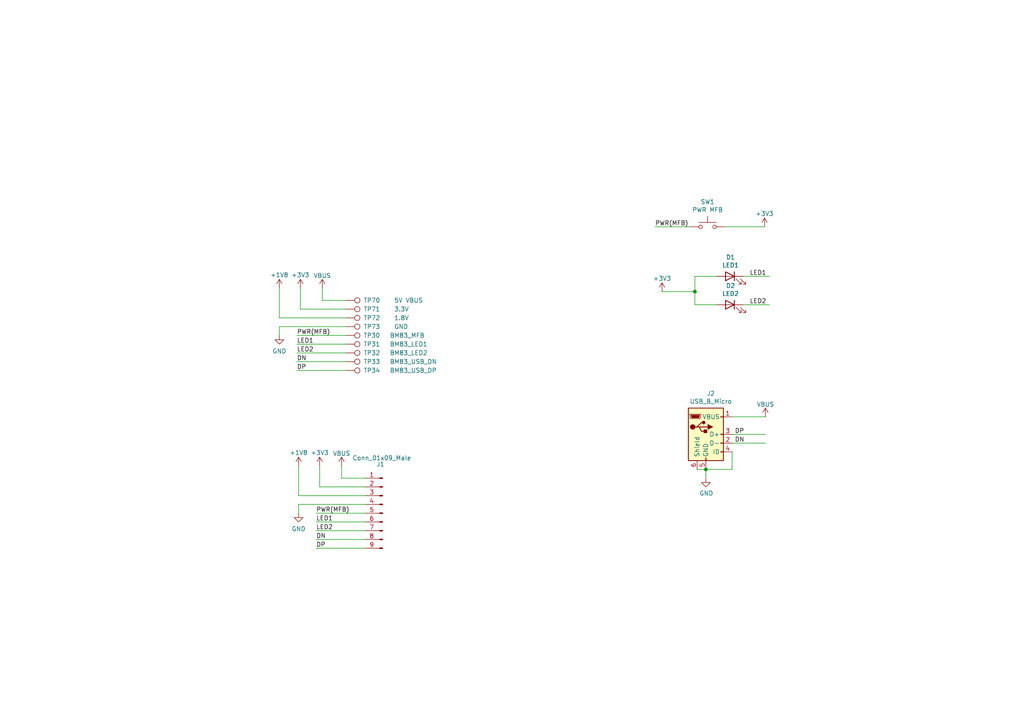
<source format=kicad_sch>
(kicad_sch (version 20211123) (generator eeschema)
  (paper "A4")
  (lib_symbols
    (symbol "Connector:Conn_01x09_Male" (pin_names (offset 1.016) hide)
      (property "Reference" "J" (at 0 12.7 0))
      (property "Value" "Conn_01x09_Male" (at 0 -12.7 0))
      (symbol "Conn_01x09_Male_1_1"
        (polyline (pts (xy 1.27 -10.16) (xy 0.8636 -10.16)) (stroke (width 0.1524)))
        (polyline (pts (xy 1.27 -7.62) (xy 0.8636 -7.62)) (stroke (width 0.1524)))
        (polyline (pts (xy 1.27 -5.08) (xy 0.8636 -5.08)) (stroke (width 0.1524)))
        (polyline (pts (xy 1.27 -2.54) (xy 0.8636 -2.54)) (stroke (width 0.1524)))
        (polyline (pts (xy 1.27 0) (xy 0.8636 0)) (stroke (width 0.1524)))
        (polyline (pts (xy 1.27 2.54) (xy 0.8636 2.54)) (stroke (width 0.1524)))
        (polyline (pts (xy 1.27 5.08) (xy 0.8636 5.08)) (stroke (width 0.1524)))
        (polyline (pts (xy 1.27 7.62) (xy 0.8636 7.62)) (stroke (width 0.1524)))
        (polyline (pts (xy 1.27 10.16) (xy 0.8636 10.16)) (stroke (width 0.1524)))
        (rectangle (start 0.8636 -10.033) (end 0 -10.287) (stroke (width 0.1524)) (fill (type outline)))
        (rectangle (start 0.8636 -7.493) (end 0 -7.747) (stroke (width 0.1524)) (fill (type outline)))
        (rectangle (start 0.8636 -4.953) (end 0 -5.207) (stroke (width 0.1524)) (fill (type outline)))
        (rectangle (start 0.8636 -2.413) (end 0 -2.667) (stroke (width 0.1524)) (fill (type outline)))
        (rectangle (start 0.8636 0.127) (end 0 -0.127) (stroke (width 0.1524)) (fill (type outline)))
        (rectangle (start 0.8636 2.667) (end 0 2.413) (stroke (width 0.1524)) (fill (type outline)))
        (rectangle (start 0.8636 5.207) (end 0 4.953) (stroke (width 0.1524)) (fill (type outline)))
        (rectangle (start 0.8636 7.747) (end 0 7.493) (stroke (width 0.1524)) (fill (type outline)))
        (rectangle (start 0.8636 10.287) (end 0 10.033) (stroke (width 0.1524)) (fill (type outline)))
        (pin passive line (at 5.08 10.16 180) (length 3.81) (name "Pin_1") (number "1"))
        (pin passive line (at 5.08 7.62 180) (length 3.81) (name "Pin_2") (number "2"))
        (pin passive line (at 5.08 5.08 180) (length 3.81) (name "Pin_3") (number "3"))
        (pin passive line (at 5.08 2.54 180) (length 3.81) (name "Pin_4") (number "4"))
        (pin passive line (at 5.08 0 180) (length 3.81) (name "Pin_5") (number "5"))
        (pin passive line (at 5.08 -2.54 180) (length 3.81) (name "Pin_6") (number "6"))
        (pin passive line (at 5.08 -5.08 180) (length 3.81) (name "Pin_7") (number "7"))
        (pin passive line (at 5.08 -7.62 180) (length 3.81) (name "Pin_8") (number "8"))
        (pin passive line (at 5.08 -10.16 180) (length 3.81) (name "Pin_9") (number "9"))
      )
    )
    (symbol "Connector:TestPoint" (pin_numbers hide) (pin_names (offset 0.762) hide)
      (property "Reference" "TP" (at 0 6.858 0))
      (property "Value" "TestPoint" (at 0 5.08 0))
      (symbol "TestPoint_0_1"
        (circle (center 0 3.302) (radius 0.762))
      )
      (symbol "TestPoint_1_1"
        (pin passive line (at 0 0 90) (length 2.54) (name "1") (number "1"))
      )
    )
    (symbol "Connector:USB_B_Micro" (pin_names (offset 1.016))
      (property "Reference" "J" (at -5.08 11.43 0))
      (property "Value" "USB_B_Micro" (at -5.08 8.89 0))
      (symbol "USB_B_Micro_0_1"
        (rectangle (start -5.08 -7.62) (end 5.08 7.62) (stroke (width 0.254)) (fill (type background)))
        (circle (center -3.81 2.159) (radius 0.635) (stroke (width 0.254)) (fill (type outline)))
        (circle (center -0.635 3.429) (radius 0.381) (stroke (width 0.254)) (fill (type outline)))
        (rectangle (start -0.127 -7.62) (end 0.127 -6.858))
        (polyline (pts (xy -1.905 2.159) (xy 0.635 2.159)) (stroke (width 0.254)))
        (polyline (pts (xy -3.175 2.159) (xy -2.54 2.159) (xy -1.27 3.429) (xy -0.635 3.429)) (stroke (width 0.254)))
        (polyline (pts (xy -2.54 2.159) (xy -1.905 2.159) (xy -1.27 0.889) (xy 0 0.889)) (stroke (width 0.254)))
        (polyline (pts (xy 0.635 2.794) (xy 0.635 1.524) (xy 1.905 2.159) (xy 0.635 2.794)) (stroke (width 0.254)) (fill (type outline)))
        (polyline (pts (xy -4.318 5.588) (xy -1.778 5.588) (xy -2.032 4.826) (xy -4.064 4.826) (xy -4.318 5.588)) (fill (type outline)))
        (polyline (pts (xy -4.699 5.842) (xy -4.699 5.588) (xy -4.445 4.826) (xy -4.445 4.572) (xy -1.651 4.572) (xy -1.651 4.826) (xy -1.397 5.588) (xy -1.397 5.842) (xy -4.699 5.842)))
        (rectangle (start 0.254 1.27) (end -0.508 0.508) (stroke (width 0.254)) (fill (type outline)))
        (rectangle (start 5.08 -5.207) (end 4.318 -4.953))
        (rectangle (start 5.08 -2.667) (end 4.318 -2.413))
        (rectangle (start 5.08 -0.127) (end 4.318 0.127))
        (rectangle (start 5.08 4.953) (end 4.318 5.207))
      )
      (symbol "USB_B_Micro_1_1"
        (pin power_out line (at 7.62 5.08 180) (length 2.54) (name "VBUS") (number "1"))
        (pin bidirectional line (at 7.62 -2.54 180) (length 2.54) (name "D-") (number "2"))
        (pin bidirectional line (at 7.62 0 180) (length 2.54) (name "D+") (number "3"))
        (pin passive line (at 7.62 -5.08 180) (length 2.54) (name "ID") (number "4"))
        (pin power_out line (at 0 -10.16 90) (length 2.54) (name "GND") (number "5"))
        (pin passive line (at -2.54 -10.16 90) (length 2.54) (name "Shield") (number "6"))
      )
    )
    (symbol "Device:LED" (pin_numbers hide) (pin_names (offset 1.016) hide)
      (property "Reference" "D" (at 0 2.54 0))
      (property "Value" "LED" (at 0 -2.54 0))
      (symbol "LED_0_1"
        (polyline (pts (xy -1.27 -1.27) (xy -1.27 1.27)) (stroke (width 0.254)))
        (polyline (pts (xy -1.27 0) (xy 1.27 0)))
        (polyline (pts (xy 1.27 -1.27) (xy 1.27 1.27) (xy -1.27 0) (xy 1.27 -1.27)) (stroke (width 0.254)))
        (polyline (pts (xy -3.048 -0.762) (xy -4.572 -2.286) (xy -3.81 -2.286) (xy -4.572 -2.286) (xy -4.572 -1.524)))
        (polyline (pts (xy -1.778 -0.762) (xy -3.302 -2.286) (xy -2.54 -2.286) (xy -3.302 -2.286) (xy -3.302 -1.524)))
      )
      (symbol "LED_1_1"
        (pin passive line (at -3.81 0 0) (length 2.54) (name "K") (number "1"))
        (pin passive line (at 3.81 0 180) (length 2.54) (name "A") (number "2"))
      )
    )
    (symbol "Switch:SW_Push" (pin_numbers hide) (pin_names (offset 1.016) hide)
      (property "Reference" "SW" (at 1.27 2.54 0))
      (property "Value" "SW_Push" (at 0 -1.524 0))
      (symbol "SW_Push_0_1"
        (circle (center -2.032 0) (radius 0.508))
        (polyline (pts (xy 0 1.27) (xy 0 3.048)))
        (polyline (pts (xy 2.54 1.27) (xy -2.54 1.27)))
        (circle (center 2.032 0) (radius 0.508))
        (pin passive line (at -5.08 0 0) (length 2.54) (name "1") (number "1"))
        (pin passive line (at 5.08 0 180) (length 2.54) (name "2") (number "2"))
      )
    )
    (symbol "power:+1V8" (power) (pin_names (offset 0))
      (property "Value" "+1V8" (at 0 3.556 0))
      (symbol "+1V8_0_1"
        (polyline (pts (xy -0.762 1.27) (xy 0 2.54)))
        (polyline (pts (xy 0 0) (xy 0 2.54)))
        (polyline (pts (xy 0 2.54) (xy 0.762 1.27)))
      )
      (symbol "+1V8_1_1"
        (pin power_in line (at 0 0 90) (length 0) hide (name "+1V8") (number "1"))
      )
    )
    (symbol "power:+3V3" (power) (pin_names (offset 0))
      (property "Value" "+3V3" (at 0 3.556 0))
      (symbol "+3V3_0_1"
        (polyline (pts (xy -0.762 1.27) (xy 0 2.54)))
        (polyline (pts (xy 0 0) (xy 0 2.54)))
        (polyline (pts (xy 0 2.54) (xy 0.762 1.27)))
      )
      (symbol "+3V3_1_1"
        (pin power_in line (at 0 0 90) (length 0) hide (name "+3V3") (number "1"))
      )
    )
    (symbol "power:GND" (power) (pin_names (offset 0))
      (property "Value" "GND" (at 0 -3.81 0))
      (symbol "GND_0_1"
        (polyline (pts (xy 0 0) (xy 0 -1.27) (xy 1.27 -1.27) (xy 0 -2.54) (xy -1.27 -1.27) (xy 0 -1.27)))
      )
      (symbol "GND_1_1"
        (pin power_in line (at 0 0 270) (length 0) hide (name "GND") (number "1"))
      )
    )
    (symbol "power:VBUS" (power) (pin_names (offset 0))
      (property "Value" "VBUS" (at 0 3.81 0))
      (symbol "VBUS_0_1"
        (polyline (pts (xy -0.762 1.27) (xy 0 2.54)))
        (polyline (pts (xy 0 0) (xy 0 2.54)))
        (polyline (pts (xy 0 2.54) (xy 0.762 1.27)))
      )
      (symbol "VBUS_1_1"
        (pin power_in line (at 0 0 90) (length 0) hide (name "VBUS") (number "1"))
      )
    )
  )
  (junction (at 204.724 136.144))
  (junction (at 201.549 84.582))
  (wire (pts (xy 91.694 153.924) (xy 105.918 153.924)))
  (wire (pts (xy 92.71 141.224) (xy 92.71 135.128)))
  (wire (pts (xy 91.694 148.844) (xy 105.918 148.844)))
  (wire (pts (xy 86.614 135.128) (xy 86.614 143.764)))
  (wire (pts (xy 81.026 92.202) (xy 100.33 92.202)))
  (wire (pts (xy 212.344 120.904) (xy 221.996 120.904)))
  (wire (pts (xy 81.026 94.742) (xy 100.33 94.742)))
  (wire (pts (xy 200.152 65.786) (xy 189.992 65.786)))
  (wire (pts (xy 86.106 102.362) (xy 100.33 102.362)))
  (wire (pts (xy 86.106 97.282) (xy 100.33 97.282)))
  (wire (pts (xy 86.106 107.442) (xy 100.33 107.442)))
  (wire (pts (xy 100.33 89.662) (xy 87.122 89.662)))
  (wire (pts (xy 91.694 151.384) (xy 105.918 151.384)))
  (wire (pts (xy 93.472 83.566) (xy 93.472 87.122)))
  (wire (pts (xy 212.344 136.144) (xy 204.724 136.144)))
  (wire (pts (xy 86.614 146.304) (xy 105.918 146.304)))
  (wire (pts (xy 204.724 138.684) (xy 204.724 136.144)))
  (wire (pts (xy 86.614 146.304) (xy 86.614 148.844)))
  (wire (pts (xy 201.549 84.582) (xy 192.024 84.582)))
  (wire (pts (xy 212.344 125.984) (xy 221.996 125.984)))
  (wire (pts (xy 105.918 138.684) (xy 99.06 138.684)))
  (wire (pts (xy 100.33 87.122) (xy 93.472 87.122)))
  (wire (pts (xy 99.06 135.128) (xy 99.06 138.684)))
  (wire (pts (xy 81.026 94.742) (xy 81.026 97.282)))
  (wire (pts (xy 91.694 156.464) (xy 105.918 156.464)))
  (wire (pts (xy 87.122 89.662) (xy 87.122 83.566)))
  (wire (pts (xy 212.344 128.524) (xy 221.996 128.524)))
  (wire (pts (xy 201.549 80.137) (xy 201.549 84.582)))
  (wire (pts (xy 91.694 159.004) (xy 105.918 159.004)))
  (wire (pts (xy 201.549 88.392) (xy 207.899 88.392)))
  (wire (pts (xy 215.519 80.137) (xy 223.139 80.137)))
  (wire (pts (xy 212.344 131.064) (xy 212.344 136.144)))
  (wire (pts (xy 207.899 80.137) (xy 201.549 80.137)))
  (wire (pts (xy 105.918 141.224) (xy 92.71 141.224)))
  (wire (pts (xy 86.106 99.822) (xy 100.33 99.822)))
  (wire (pts (xy 201.549 84.582) (xy 201.549 88.392)))
  (wire (pts (xy 215.519 88.392) (xy 223.139 88.392)))
  (wire (pts (xy 81.026 83.566) (xy 81.026 92.202)))
  (wire (pts (xy 202.184 136.144) (xy 204.724 136.144)))
  (wire (pts (xy 86.106 104.902) (xy 100.33 104.902)))
  (wire (pts (xy 86.614 143.764) (xy 105.918 143.764)))
  (wire (pts (xy 210.312 65.786) (xy 221.742 65.786)))
  (label "DN" (at 86.106 104.902 0))
  (label "DN" (at 213.106 128.524 0))
  (label "DP" (at 213.106 125.984 0))
  (label "LED1" (at 86.106 99.822 0))
  (label "PWR(MFB)" (at 189.992 65.786 0))
  (label "PWR(MFB)" (at 91.694 148.844 0))
  (label "LED1" (at 91.694 151.384 0))
  (label "PWR(MFB)" (at 86.106 97.282 0))
  (label "DP" (at 91.694 159.004 0))
  (label "DP" (at 86.106 107.442 0))
  (label "LED2" (at 86.106 102.362 0))
  (label "LED2" (at 217.424 88.392 0))
  (label "LED2" (at 91.694 153.924 0))
  (label "DN" (at 91.694 156.464 0))
  (label "LED1" (at 217.424 80.137 0))
  (symbol (lib_id "power:VBUS") (at 221.996 120.904 0) (unit 1)
    (property "Reference" "#PWR0102" (effects hide))
    (property "Value" "VBUS" (at 221.996 117.2995 0))
  )
  (symbol (lib_id "Device:LED") (at 211.709 88.392 0) (mirror y) (unit 1)
    (property "Reference" "D2" (at 211.8868 82.8802 0))
    (property "Value" "LED2" (at 211.8868 85.1916 0))
    (property "Footprint" "LED_SMD:LED_0603_1608Metric_Pad1.05x0.95mm_HandSolder" (effects hide))
  )
  (symbol (lib_id "power:+1V8") (at 86.614 135.128 0) (unit 1)
    (property "Reference" "#PWR0108" (effects hide))
    (property "Value" "+1V8" (at 86.614 131.318 0))
  )
  (symbol (lib_id "power:GND") (at 204.724 138.684 0) (unit 1)
    (property "Reference" "#PWR0103" (effects hide))
    (property "Value" "GND" (at 204.851 143.0782 0))
  )
  (symbol (lib_id "Connector:TestPoint") (at 100.33 92.202 270) (unit 1)
    (property "Reference" "TP72" (at 105.41 92.202 90) (effects (justify left)))
    (property "Value" "1.8V" (at 114.3 92.202 90) (effects (justify left)))
    (property "Footprint" "other footprints:0.65mm pogo pin" (effects hide))
  )
  (symbol (lib_id "Connector:TestPoint") (at 100.33 94.742 270) (unit 1)
    (property "Reference" "TP73" (at 105.41 94.742 90) (effects (justify left)))
    (property "Value" "GND" (at 114.3 94.742 90) (effects (justify left)))
    (property "Footprint" "other footprints:0.65mm pogo pin" (effects hide))
  )
  (symbol (lib_id "Connector:TestPoint") (at 100.33 89.662 270) (unit 1)
    (property "Reference" "TP71" (at 105.41 89.662 90) (effects (justify left)))
    (property "Value" "3.3V" (at 114.3 89.662 90) (effects (justify left)))
    (property "Footprint" "other footprints:0.65mm pogo pin" (effects hide))
  )
  (symbol (lib_id "Switch:SW_Push") (at 205.232 65.786 0) (unit 1)
    (property "Reference" "SW1" (at 205.232 58.547 0))
    (property "Value" "PWR MFB" (at 205.232 60.8584 0))
    (property "Footprint" "Button_Switch_SMD:SW_Push_1P1T_NO_CK_KMR2" (effects hide))
  )
  (symbol (lib_id "power:+3V3") (at 92.71 135.128 0) (unit 1)
    (property "Reference" "#PWR0110" (effects hide))
    (property "Value" "+3V3" (at 92.71 131.318 0))
  )
  (symbol (lib_id "power:+3V3") (at 221.742 65.786 0) (unit 1)
    (property "Reference" "#PWR0112" (effects hide))
    (property "Value" "+3V3" (at 221.742 61.976 0))
  )
  (symbol (lib_id "power:+1V8") (at 81.026 83.566 0) (unit 1)
    (property "Reference" "#PWR0106" (effects hide))
    (property "Value" "+1V8" (at 81.026 79.756 0))
  )
  (symbol (lib_id "power:GND") (at 81.026 97.282 0) (unit 1)
    (property "Reference" "#PWR0107" (effects hide))
    (property "Value" "GND" (at 81.026 101.8445 0))
  )
  (symbol (lib_id "Connector:Conn_01x09_Male") (at 110.998 148.844 0) (mirror y) (unit 1)
    (property "Reference" "J1" (at 110.363 134.6413 0))
    (property "Value" "Conn_01x09_Male" (at 110.744 132.842 0))
    (property "Footprint" "Connector_PinHeader_2.54mm:PinHeader_1x09_P2.54mm_Vertical" (effects hide))
  )
  (symbol (lib_id "power:+3V3") (at 87.122 83.566 0) (unit 1)
    (property "Reference" "#PWR0105" (effects hide))
    (property "Value" "+3V3" (at 87.122 79.756 0))
  )
  (symbol (lib_id "Connector:TestPoint") (at 100.33 99.822 270) (unit 1)
    (property "Reference" "TP31" (at 105.41 99.822 90) (effects (justify left)))
    (property "Value" "BM83_LED1" (at 113.03 99.822 90) (effects (justify left)))
    (property "Footprint" "other footprints:0.65mm pogo pin" (effects hide))
  )
  (symbol (lib_id "power:GND") (at 86.614 148.844 0) (unit 1)
    (property "Reference" "#PWR0109" (effects hide))
    (property "Value" "GND" (at 86.614 153.4065 0))
  )
  (symbol (lib_id "Device:LED") (at 211.709 80.137 0) (mirror y) (unit 1)
    (property "Reference" "D1" (at 211.8868 74.6252 0))
    (property "Value" "LED1" (at 211.8868 76.9366 0))
    (property "Footprint" "LED_SMD:LED_0603_1608Metric_Pad1.05x0.95mm_HandSolder" (effects hide))
  )
  (symbol (lib_id "Connector:TestPoint") (at 100.33 107.442 270) (unit 1)
    (property "Reference" "TP34" (at 105.41 107.442 90) (effects (justify left)))
    (property "Value" "BM83_USB_DP" (at 113.03 107.442 90) (effects (justify left)))
    (property "Footprint" "other footprints:0.65mm pogo pin" (effects hide))
  )
  (symbol (lib_id "power:VBUS") (at 93.472 83.566 0) (unit 1)
    (property "Reference" "#PWR0104" (effects hide))
    (property "Value" "VBUS" (at 93.472 79.9615 0))
  )
  (symbol (lib_id "Connector:USB_B_Micro") (at 204.724 125.984 0) (unit 1)
    (property "Reference" "J2" (at 206.1718 114.1222 0))
    (property "Value" "USB_B_Micro" (at 206.1718 116.4336 0))
    (property "Footprint" "Connector_USB:USB_Micro-B_Molex-105017-0001" (effects hide))
  )
  (symbol (lib_id "Connector:TestPoint") (at 100.33 102.362 270) (unit 1)
    (property "Reference" "TP32" (at 105.41 102.362 90) (effects (justify left)))
    (property "Value" "BM83_LED2" (at 113.03 102.362 90) (effects (justify left)))
    (property "Footprint" "other footprints:0.65mm pogo pin" (effects hide))
  )
  (symbol (lib_id "Connector:TestPoint") (at 100.33 104.902 270) (unit 1)
    (property "Reference" "TP33" (at 105.41 104.902 90) (effects (justify left)))
    (property "Value" "BM83_USB_DN" (at 113.03 104.902 90) (effects (justify left)))
    (property "Footprint" "other footprints:0.65mm pogo pin" (effects hide))
  )
  (symbol (lib_id "Connector:TestPoint") (at 100.33 97.282 270) (unit 1)
    (property "Reference" "TP30" (at 105.41 97.282 90) (effects (justify left)))
    (property "Value" "BM83_MFB" (at 113.03 97.282 90) (effects (justify left)))
    (property "Footprint" "other footprints:0.65mm pogo pin" (effects hide))
  )
  (symbol (lib_id "Connector:TestPoint") (at 100.33 87.122 270) (unit 1)
    (property "Reference" "TP70" (at 105.41 87.122 90) (effects (justify left)))
    (property "Value" "5V VBUS" (at 114.3 87.122 90) (effects (justify left)))
    (property "Footprint" "other footprints:0.65mm pogo pin" (effects hide))
  )
  (symbol (lib_id "power:+3V3") (at 192.024 84.582 0) (unit 1)
    (property "Reference" "#PWR0101" (effects hide))
    (property "Value" "+3V3" (at 192.024 80.772 0))
  )
  (symbol (lib_id "power:VBUS") (at 99.06 135.128 0) (unit 1)
    (property "Reference" "#PWR0111" (effects hide))
    (property "Value" "VBUS" (at 99.06 131.5235 0))
  )
)
</source>
